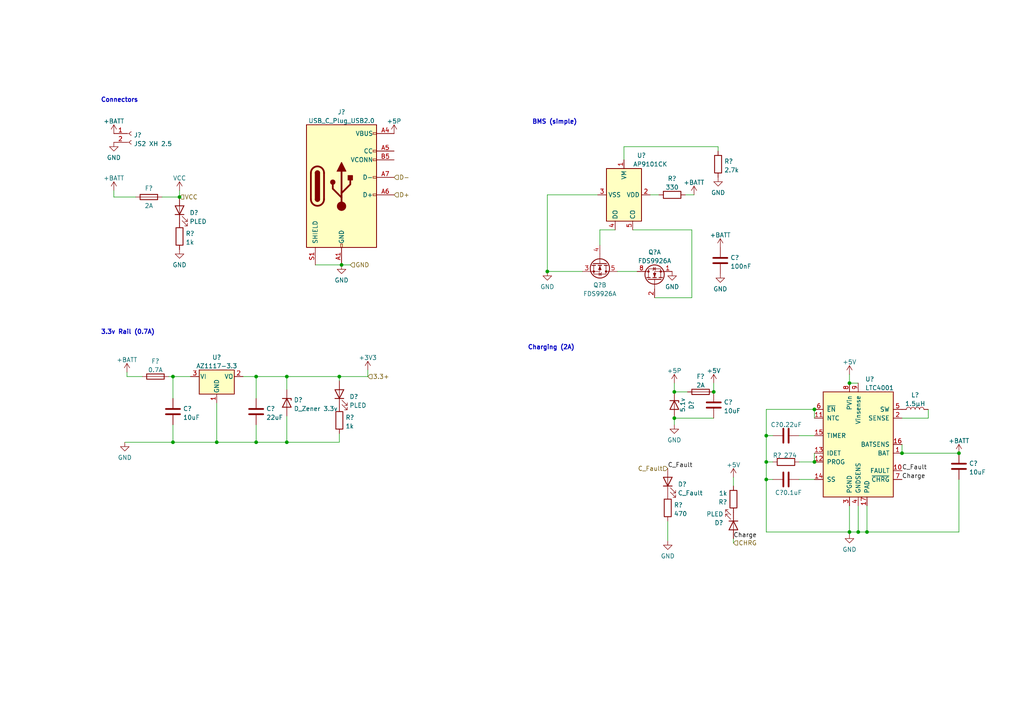
<source format=kicad_sch>
(kicad_sch (version 20230121) (generator eeschema)
  (paper "A4")
  (lib_symbols
    (symbol "Battery_Management:AP9101CK"
      (property "Reference" "U" (at -7.62 6.35 0))
      (property "Value" "AP9101CK" (at 6.35 6.35 0))
      (symbol "AP9101CK_0_1"
        (rectangle (start -7.62 5.08) (end 7.62 -5.08) (stroke (width 0.254)) (fill (type background)))
      )
      (symbol "AP9101CK_1_1"
        (pin passive line (at -10.16 0 0) (length 2.54) (name "VM") (number "1"))
        (pin power_in line (at 0 7.62 270) (length 2.54) (name "VDD") (number "2"))
        (pin power_in line (at 0 -7.62 90) (length 2.54) (name "VSS") (number "3"))
        (pin output line (at 10.16 -2.54 180) (length 2.54) (name "DO") (number "4"))
        (pin output line (at 10.16 2.54 180) (length 2.54) (name "CO") (number "5"))
      )
    )
    (symbol "Battery_Management:LTC4001" (pin_names (offset 1.016))
      (property "Reference" "U" (at -8.89 16.51 0))
      (property "Value" "LTC4001" (at 6.35 16.51 0))
      (symbol "LTC4001_0_1"
        (rectangle (start -10.16 15.24) (end 10.16 -15.24) (stroke (width 0.254)) (fill (type background)))
      )
      (symbol "LTC4001_1_1"
        (pin output line (at 12.7 -2.54 180) (length 2.54) (name "BAT") (number "1"))
        (pin output line (at 12.7 -7.62 180) (length 2.54) (name "FAULT") (number "10"))
        (pin input line (at -12.7 7.62 0) (length 2.54) (name "NTC") (number "11"))
        (pin input line (at -12.7 -5.08 0) (length 2.54) (name "PROG") (number "12"))
        (pin input line (at -12.7 -2.54 0) (length 2.54) (name "IDET") (number "13"))
        (pin input line (at -12.7 -10.16 0) (length 2.54) (name "SS") (number "14"))
        (pin input line (at -12.7 2.54 0) (length 2.54) (name "TIMER") (number "15"))
        (pin input line (at 12.7 0 180) (length 2.54) (name "BATSENS") (number "16"))
        (pin power_in line (at 2.54 -17.78 90) (length 2.54) (name "PAD") (number "17"))
        (pin input line (at 12.7 7.62 180) (length 2.54) (name "SENSE") (number "2"))
        (pin power_in line (at -2.54 -17.78 90) (length 2.54) (name "PGND") (number "3"))
        (pin power_in line (at 0 -17.78 90) (length 2.54) (name "GNDSENS") (number "4"))
        (pin output line (at 12.7 10.16 180) (length 2.54) (name "SW") (number "5"))
        (pin input line (at -12.7 10.16 0) (length 2.54) (name "~{EN}") (number "6"))
        (pin open_collector line (at 12.7 -10.16 180) (length 2.54) (name "~{CHRG}") (number "7"))
        (pin power_in line (at -2.54 17.78 270) (length 2.54) (name "PVin") (number "8"))
        (pin power_in line (at 0 17.78 270) (length 2.54) (name "Vinsense") (number "9"))
      )
    )
    (symbol "Connector:Conn_01x02_Female" (pin_names (offset 1.016) hide)
      (property "Reference" "J" (at 0 2.54 0))
      (property "Value" "Conn_01x02_Female" (at 0 -5.08 0))
      (symbol "Conn_01x02_Female_1_1"
        (arc (start 0 -2.032) (mid -0.5058 -2.54) (end 0 -3.048) (stroke (width 0.1524)))
        (polyline (pts (xy -1.27 -2.54) (xy -0.508 -2.54)) (stroke (width 0.1524)))
        (polyline (pts (xy -1.27 0) (xy -0.508 0)) (stroke (width 0.1524)))
        (arc (start 0 0.508) (mid -0.5058 0) (end 0 -0.508) (stroke (width 0.1524)))
        (pin passive line (at -5.08 0 0) (length 3.81) (name "Pin_1") (number "1"))
        (pin passive line (at -5.08 -2.54 0) (length 3.81) (name "Pin_2") (number "2"))
      )
    )
    (symbol "Connector:USB_C_Plug_USB2.0" (pin_names (offset 1.016))
      (property "Reference" "P" (at -10.16 19.05 0))
      (property "Value" "USB_C_Plug_USB2.0" (at 12.7 19.05 0))
      (symbol "USB_C_Plug_USB2.0_0_0"
        (rectangle (start -0.254 -17.78) (end 0.254 -16.764))
        (rectangle (start 10.16 -2.286) (end 9.144 -2.794))
        (rectangle (start 10.16 2.794) (end 9.144 2.286))
        (rectangle (start 10.16 7.874) (end 9.144 7.366))
        (rectangle (start 10.16 10.414) (end 9.144 9.906))
        (rectangle (start 10.16 15.494) (end 9.144 14.986))
      )
      (symbol "USB_C_Plug_USB2.0_0_1"
        (rectangle (start -10.16 17.78) (end 10.16 -17.78) (stroke (width 0.254)) (fill (type background)))
        (arc (start -8.89 -3.81) (mid -6.985 -5.7067) (end -5.08 -3.81) (stroke (width 0.508)))
        (arc (start -7.62 -3.81) (mid -6.985 -4.4423) (end -6.35 -3.81) (stroke (width 0.254)))
        (arc (start -7.62 -3.81) (mid -6.985 -4.4423) (end -6.35 -3.81) (stroke (width 0.254)) (fill (type outline)))
        (rectangle (start -7.62 -3.81) (end -6.35 3.81) (stroke (width 0.254)) (fill (type outline)))
        (arc (start -6.35 3.81) (mid -6.985 4.4423) (end -7.62 3.81) (stroke (width 0.254)))
        (arc (start -6.35 3.81) (mid -6.985 4.4423) (end -7.62 3.81) (stroke (width 0.254)) (fill (type outline)))
        (arc (start -5.08 3.81) (mid -6.985 5.7067) (end -8.89 3.81) (stroke (width 0.508)))
        (circle (center -2.54 1.143) (radius 0.635) (stroke (width 0.254)) (fill (type outline)))
        (circle (center 0 -5.842) (radius 1.27) (fill (type outline)))
        (polyline (pts (xy -8.89 -3.81) (xy -8.89 3.81)) (stroke (width 0.508)))
        (polyline (pts (xy -5.08 3.81) (xy -5.08 -3.81)) (stroke (width 0.508)))
        (polyline (pts (xy 0 -5.842) (xy 0 4.318)) (stroke (width 0.508)))
        (polyline (pts (xy 0 -3.302) (xy -2.54 -0.762) (xy -2.54 0.508)) (stroke (width 0.508)))
        (polyline (pts (xy 0 -2.032) (xy 2.54 0.508) (xy 2.54 1.778)) (stroke (width 0.508)))
        (polyline (pts (xy -1.27 4.318) (xy 0 6.858) (xy 1.27 4.318) (xy -1.27 4.318)) (stroke (width 0.254)) (fill (type outline)))
        (rectangle (start 1.905 1.778) (end 3.175 3.048) (stroke (width 0.254)) (fill (type outline)))
      )
      (symbol "USB_C_Plug_USB2.0_1_1"
        (pin passive line (at 0 -22.86 90) (length 5.08) (name "GND") (number "A1"))
        (pin passive line (at 0 -22.86 90) (length 5.08) hide (name "GND") (number "A12"))
        (pin passive line (at 15.24 15.24 180) (length 5.08) (name "VBUS") (number "A4"))
        (pin bidirectional line (at 15.24 10.16 180) (length 5.08) (name "CC") (number "A5"))
        (pin bidirectional line (at 15.24 -2.54 180) (length 5.08) (name "D+") (number "A6"))
        (pin bidirectional line (at 15.24 2.54 180) (length 5.08) (name "D-") (number "A7"))
        (pin passive line (at 15.24 15.24 180) (length 5.08) hide (name "VBUS") (number "A9"))
        (pin passive line (at 0 -22.86 90) (length 5.08) hide (name "GND") (number "B1"))
        (pin passive line (at 0 -22.86 90) (length 5.08) hide (name "GND") (number "B12"))
        (pin passive line (at 15.24 15.24 180) (length 5.08) hide (name "VBUS") (number "B4"))
        (pin bidirectional line (at 15.24 7.62 180) (length 5.08) (name "VCONN") (number "B5"))
        (pin passive line (at 15.24 15.24 180) (length 5.08) hide (name "VBUS") (number "B9"))
        (pin passive line (at -7.62 -22.86 90) (length 5.08) (name "SHIELD") (number "S1"))
      )
    )
    (symbol "Device:C" (pin_numbers hide) (pin_names (offset 0.254))
      (property "Reference" "C" (at 0.635 2.54 0))
      (property "Value" "C" (at 0.635 -2.54 0))
      (symbol "C_0_1"
        (polyline (pts (xy -2.032 -0.762) (xy 2.032 -0.762)) (stroke (width 0.508)))
        (polyline (pts (xy -2.032 0.762) (xy 2.032 0.762)) (stroke (width 0.508)))
      )
      (symbol "C_1_1"
        (pin passive line (at 0 3.81 270) (length 2.794) (name "~") (number "1"))
        (pin passive line (at 0 -3.81 90) (length 2.794) (name "~") (number "2"))
      )
    )
    (symbol "Device:D_Zener" (pin_numbers hide) (pin_names (offset 1.016) hide)
      (property "Reference" "D" (at 0 2.54 0))
      (property "Value" "D_Zener" (at 0 -2.54 0))
      (symbol "D_Zener_0_1"
        (polyline (pts (xy 1.27 0) (xy -1.27 0)))
        (polyline (pts (xy -1.27 -1.27) (xy -1.27 1.27) (xy -0.762 1.27)) (stroke (width 0.254)))
        (polyline (pts (xy 1.27 -1.27) (xy 1.27 1.27) (xy -1.27 0) (xy 1.27 -1.27)) (stroke (width 0.254)))
      )
      (symbol "D_Zener_1_1"
        (pin passive line (at -3.81 0 0) (length 2.54) (name "K") (number "1"))
        (pin passive line (at 3.81 0 180) (length 2.54) (name "A") (number "2"))
      )
    )
    (symbol "Device:Fuse" (pin_numbers hide) (pin_names (offset 0))
      (property "Reference" "F" (at 2.032 0 90))
      (property "Value" "Fuse" (at -1.905 0 90))
      (symbol "Fuse_0_1"
        (rectangle (start -0.762 -2.54) (end 0.762 2.54) (stroke (width 0.254)))
        (polyline (pts (xy 0 2.54) (xy 0 -2.54)))
      )
      (symbol "Fuse_1_1"
        (pin passive line (at 0 3.81 270) (length 1.27) (name "~") (number "1"))
        (pin passive line (at 0 -3.81 90) (length 1.27) (name "~") (number "2"))
      )
    )
    (symbol "Device:L" (pin_numbers hide) (pin_names (offset 1.016) hide)
      (property "Reference" "L" (at -1.27 0 90))
      (property "Value" "L" (at 1.905 0 90))
      (symbol "L_0_1"
        (arc (start 0 -2.54) (mid 0.6323 -1.905) (end 0 -1.27))
        (arc (start 0 -1.27) (mid 0.6323 -0.635) (end 0 0))
        (arc (start 0 0) (mid 0.6323 0.635) (end 0 1.27))
        (arc (start 0 1.27) (mid 0.6323 1.905) (end 0 2.54))
      )
      (symbol "L_1_1"
        (pin passive line (at 0 3.81 270) (length 1.27) (name "1") (number "1"))
        (pin passive line (at 0 -3.81 90) (length 1.27) (name "2") (number "2"))
      )
    )
    (symbol "Device:LED" (pin_numbers hide) (pin_names (offset 1.016) hide)
      (property "Reference" "D" (at 0 2.54 0))
      (property "Value" "LED" (at 0 -2.54 0))
      (symbol "LED_0_1"
        (polyline (pts (xy -1.27 -1.27) (xy -1.27 1.27)) (stroke (width 0.254)))
        (polyline (pts (xy -1.27 0) (xy 1.27 0)))
        (polyline (pts (xy 1.27 -1.27) (xy 1.27 1.27) (xy -1.27 0) (xy 1.27 -1.27)) (stroke (width 0.254)))
        (polyline (pts (xy -3.048 -0.762) (xy -4.572 -2.286) (xy -3.81 -2.286) (xy -4.572 -2.286) (xy -4.572 -1.524)))
        (polyline (pts (xy -1.778 -0.762) (xy -3.302 -2.286) (xy -2.54 -2.286) (xy -3.302 -2.286) (xy -3.302 -1.524)))
      )
      (symbol "LED_1_1"
        (pin passive line (at -3.81 0 0) (length 2.54) (name "K") (number "1"))
        (pin passive line (at 3.81 0 180) (length 2.54) (name "A") (number "2"))
      )
    )
    (symbol "Device:R" (pin_numbers hide) (pin_names (offset 0))
      (property "Reference" "R" (at 2.032 0 90))
      (property "Value" "R" (at 0 0 90))
      (symbol "R_0_1"
        (rectangle (start -1.016 -2.54) (end 1.016 2.54) (stroke (width 0.254)))
      )
      (symbol "R_1_1"
        (pin passive line (at 0 3.81 270) (length 1.27) (name "~") (number "1"))
        (pin passive line (at 0 -3.81 90) (length 1.27) (name "~") (number "2"))
      )
    )
    (symbol "Regulator_Linear:AZ1117-3.3" (pin_names (offset 0.254))
      (property "Reference" "U" (at -3.81 3.175 0))
      (property "Value" "AZ1117-3.3" (at 0 3.175 0))
      (symbol "AZ1117-3.3_0_1"
        (rectangle (start -5.08 1.905) (end 5.08 -5.08) (stroke (width 0.254)) (fill (type background)))
      )
      (symbol "AZ1117-3.3_1_1"
        (pin power_in line (at 0 -7.62 90) (length 2.54) (name "GND") (number "1"))
        (pin power_out line (at 7.62 0 180) (length 2.54) (name "VO") (number "2"))
        (pin power_in line (at -7.62 0 0) (length 2.54) (name "VI") (number "3"))
      )
    )
    (symbol "Transistor_FET:FDS9926A" (pin_names hide)
      (property "Reference" "Q" (at 5.08 1.905 0))
      (property "Value" "FDS9926A" (at 5.08 0 0))
      (symbol "FDS9926A_0_1"
        (polyline (pts (xy 0.254 0) (xy -2.54 0)))
        (polyline (pts (xy 0.254 1.905) (xy 0.254 -1.905)) (stroke (width 0.254)))
        (polyline (pts (xy 0.762 -1.27) (xy 0.762 -2.286)) (stroke (width 0.254)))
        (polyline (pts (xy 0.762 0.508) (xy 0.762 -0.508)) (stroke (width 0.254)))
        (polyline (pts (xy 0.762 2.286) (xy 0.762 1.27)) (stroke (width 0.254)))
        (polyline (pts (xy 2.54 2.54) (xy 2.54 1.778)))
        (polyline (pts (xy 2.54 -2.54) (xy 2.54 0) (xy 0.762 0)))
        (polyline (pts (xy 0.762 -1.778) (xy 3.302 -1.778) (xy 3.302 1.778) (xy 0.762 1.778)))
        (polyline (pts (xy 1.016 0) (xy 2.032 0.381) (xy 2.032 -0.381) (xy 1.016 0)) (fill (type outline)))
        (polyline (pts (xy 2.794 0.508) (xy 2.921 0.381) (xy 3.683 0.381) (xy 3.81 0.254)))
        (polyline (pts (xy 3.302 0.381) (xy 2.921 -0.254) (xy 3.683 -0.254) (xy 3.302 0.381)))
        (circle (center 1.651 0) (radius 2.794) (stroke (width 0.254)))
        (circle (center 2.54 -1.778) (radius 0.254) (fill (type outline)))
        (circle (center 2.54 1.778) (radius 0.254) (fill (type outline)))
      )
      (symbol "FDS9926A_1_1"
        (pin passive line (at 2.54 -5.08 90) (length 2.54) (name "S1") (number "1"))
        (pin passive line (at -5.08 0 0) (length 2.54) (name "G1") (number "2"))
        (pin passive line (at 2.54 5.08 270) (length 2.54) hide (name "D1") (number "7"))
        (pin passive line (at 2.54 5.08 270) (length 2.54) (name "D1") (number "8"))
      )
      (symbol "FDS9926A_2_1"
        (pin passive line (at 2.54 -5.08 90) (length 2.54) (name "S2") (number "3"))
        (pin passive line (at -5.08 0 0) (length 2.54) (name "G2") (number "4"))
        (pin passive line (at 2.54 5.08 270) (length 2.54) (name "D2") (number "5"))
        (pin passive line (at 2.54 5.08 270) (length 2.54) hide (name "D2") (number "6"))
      )
    )
    (symbol "power:+3.3V" (power) (pin_names (offset 0))
      (property "Value" "+3.3V" (at 0 3.556 0))
      (symbol "+3.3V_0_1"
        (polyline (pts (xy -0.762 1.27) (xy 0 2.54)))
        (polyline (pts (xy 0 0) (xy 0 2.54)))
        (polyline (pts (xy 0 2.54) (xy 0.762 1.27)))
      )
      (symbol "+3.3V_1_1"
        (pin power_in line (at 0 0 90) (length 0) hide (name "+3V3") (number "1"))
      )
    )
    (symbol "power:+5P" (power) (pin_names (offset 0))
      (property "Value" "+5P" (at 0 3.556 0))
      (symbol "+5P_0_1"
        (polyline (pts (xy -0.762 1.27) (xy 0 2.54)))
        (polyline (pts (xy 0 0) (xy 0 2.54)))
        (polyline (pts (xy 0 2.54) (xy 0.762 1.27)))
      )
      (symbol "+5P_1_1"
        (pin power_in line (at 0 0 90) (length 0) hide (name "+5P") (number "1"))
      )
    )
    (symbol "power:+5V" (power) (pin_names (offset 0))
      (property "Value" "+5V" (at 0 3.556 0))
      (symbol "+5V_0_1"
        (polyline (pts (xy -0.762 1.27) (xy 0 2.54)))
        (polyline (pts (xy 0 0) (xy 0 2.54)))
        (polyline (pts (xy 0 2.54) (xy 0.762 1.27)))
      )
      (symbol "+5V_1_1"
        (pin power_in line (at 0 0 90) (length 0) hide (name "+5V") (number "1"))
      )
    )
    (symbol "power:+BATT" (power) (pin_names (offset 0))
      (property "Value" "+BATT" (at 0 3.556 0))
      (symbol "+BATT_0_1"
        (polyline (pts (xy -0.762 1.27) (xy 0 2.54)))
        (polyline (pts (xy 0 0) (xy 0 2.54)))
        (polyline (pts (xy 0 2.54) (xy 0.762 1.27)))
      )
      (symbol "+BATT_1_1"
        (pin power_in line (at 0 0 90) (length 0) hide (name "+BATT") (number "1"))
      )
    )
    (symbol "power:GND" (power) (pin_names (offset 0))
      (property "Value" "GND" (at 0 -3.81 0))
      (symbol "GND_0_1"
        (polyline (pts (xy 0 0) (xy 0 -1.27) (xy 1.27 -1.27) (xy 0 -2.54) (xy -1.27 -1.27) (xy 0 -1.27)))
      )
      (symbol "GND_1_1"
        (pin power_in line (at 0 0 270) (length 0) hide (name "GND") (number "1"))
      )
    )
    (symbol "power:VCC" (power) (pin_names (offset 0))
      (property "Value" "VCC" (at 0 3.81 0))
      (symbol "VCC_0_1"
        (polyline (pts (xy -0.762 1.27) (xy 0 2.54)))
        (polyline (pts (xy 0 0) (xy 0 2.54)))
        (polyline (pts (xy 0 2.54) (xy 0.762 1.27)))
      )
      (symbol "VCC_1_1"
        (pin power_in line (at 0 0 90) (length 0) hide (name "VCC") (number "1"))
      )
    )
  )
  (junction (at 50.165 128.27))
  (junction (at 278.13 131.445))
  (junction (at 158.75 78.74))
  (junction (at 50.165 109.22))
  (junction (at 83.185 128.27))
  (junction (at 222.25 139.065))
  (junction (at 74.295 128.27))
  (junction (at 251.46 154.305))
  (junction (at 246.38 111.125))
  (junction (at 222.25 133.985))
  (junction (at 236.22 133.985))
  (junction (at 62.865 128.27))
  (junction (at 248.92 154.305))
  (junction (at 261.62 131.445))
  (junction (at 222.25 126.365))
  (junction (at 83.185 109.22))
  (junction (at 207.01 113.665))
  (junction (at 98.425 109.22))
  (junction (at 195.58 113.665))
  (junction (at 52.07 57.15))
  (junction (at 236.22 118.745))
  (junction (at 195.58 121.285))
  (junction (at 246.38 154.305))
  (junction (at 99.06 76.835))
  (junction (at 74.295 109.22))
  (wire (pts (xy 222.25 118.745) (xy 236.22 118.745)))
  (wire (pts (xy 193.675 156.845) (xy 193.675 151.13)))
  (wire (pts (xy 195.58 123.19) (xy 195.58 121.285)))
  (wire (pts (xy 278.13 139.065) (xy 278.13 154.305)))
  (wire (pts (xy 231.775 139.065) (xy 236.22 139.065)))
  (wire (pts (xy 246.38 154.305) (xy 246.38 146.685)))
  (wire (pts (xy 36.195 128.27) (xy 50.165 128.27)))
  (wire (pts (xy 248.92 146.685) (xy 248.92 154.305)))
  (wire (pts (xy 246.38 154.305) (xy 222.25 154.305)))
  (wire (pts (xy 231.775 126.365) (xy 236.22 126.365)))
  (wire (pts (xy 195.58 121.285) (xy 207.01 121.285)))
  (wire (pts (xy 188.595 56.515) (xy 191.135 56.515)))
  (wire (pts (xy 98.425 109.22) (xy 98.425 110.49)))
  (wire (pts (xy 246.38 154.94) (xy 246.38 154.305)))
  (wire (pts (xy 74.295 123.19) (xy 74.295 128.27)))
  (wire (pts (xy 52.07 55.245) (xy 52.07 57.15)))
  (wire (pts (xy 158.75 78.74) (xy 168.91 78.74)))
  (wire (pts (xy 246.38 111.125) (xy 248.92 111.125)))
  (wire (pts (xy 236.22 131.445) (xy 236.22 133.985)))
  (wire (pts (xy 246.38 108.585) (xy 246.38 111.125)))
  (wire (pts (xy 251.46 154.305) (xy 278.13 154.305)))
  (wire (pts (xy 189.865 86.36) (xy 200.66 86.36)))
  (wire (pts (xy 62.865 128.27) (xy 74.295 128.27)))
  (wire (pts (xy 83.185 109.22) (xy 98.425 109.22)))
  (wire (pts (xy 246.38 154.305) (xy 248.92 154.305)))
  (wire (pts (xy 224.155 133.985) (xy 222.25 133.985)))
  (wire (pts (xy 195.58 111.125) (xy 195.58 113.665)))
  (wire (pts (xy 158.75 56.515) (xy 173.355 56.515)))
  (wire (pts (xy 50.165 128.27) (xy 62.865 128.27)))
  (wire (pts (xy 222.25 118.745) (xy 222.25 126.365)))
  (wire (pts (xy 224.155 139.065) (xy 222.25 139.065)))
  (wire (pts (xy 200.66 86.36) (xy 200.66 66.675)))
  (wire (pts (xy 207.01 111.125) (xy 207.01 113.665)))
  (wire (pts (xy 248.92 154.305) (xy 251.46 154.305)))
  (wire (pts (xy 173.99 66.675) (xy 173.99 71.12)))
  (wire (pts (xy 224.155 126.365) (xy 222.25 126.365)))
  (wire (pts (xy 83.185 120.65) (xy 83.185 128.27)))
  (wire (pts (xy 99.06 76.835) (xy 101.6 76.835)))
  (wire (pts (xy 33.02 55.245) (xy 33.02 57.15)))
  (wire (pts (xy 106.68 109.22) (xy 98.425 109.22)))
  (wire (pts (xy 50.165 109.22) (xy 55.245 109.22)))
  (wire (pts (xy 179.07 78.74) (xy 184.785 78.74)))
  (wire (pts (xy 74.295 109.22) (xy 83.185 109.22)))
  (wire (pts (xy 33.02 57.15) (xy 39.37 57.15)))
  (wire (pts (xy 173.99 66.675) (xy 178.435 66.675)))
  (wire (pts (xy 180.975 42.545) (xy 208.28 42.545)))
  (wire (pts (xy 212.725 140.97) (xy 212.725 138.43)))
  (wire (pts (xy 180.975 46.355) (xy 180.975 42.545)))
  (wire (pts (xy 200.66 66.675) (xy 183.515 66.675)))
  (wire (pts (xy 222.25 133.985) (xy 222.25 139.065)))
  (wire (pts (xy 74.295 128.27) (xy 83.185 128.27)))
  (wire (pts (xy 269.24 121.285) (xy 269.24 118.745)))
  (wire (pts (xy 62.865 116.84) (xy 62.865 128.27)))
  (wire (pts (xy 50.165 123.19) (xy 50.165 128.27)))
  (wire (pts (xy 74.295 109.22) (xy 74.295 115.57)))
  (wire (pts (xy 48.895 109.22) (xy 50.165 109.22)))
  (wire (pts (xy 36.83 107.95) (xy 36.83 109.22)))
  (wire (pts (xy 195.58 113.665) (xy 199.39 113.665)))
  (wire (pts (xy 158.75 78.74) (xy 158.75 56.515)))
  (wire (pts (xy 36.83 109.22) (xy 41.275 109.22)))
  (wire (pts (xy 208.28 42.545) (xy 208.28 43.815)))
  (wire (pts (xy 83.185 109.22) (xy 83.185 113.03)))
  (wire (pts (xy 98.425 125.73) (xy 98.425 128.27)))
  (wire (pts (xy 70.485 109.22) (xy 74.295 109.22)))
  (wire (pts (xy 231.775 133.985) (xy 236.22 133.985)))
  (wire (pts (xy 222.25 154.305) (xy 222.25 139.065)))
  (wire (pts (xy 261.62 128.905) (xy 261.62 131.445)))
  (wire (pts (xy 91.44 76.835) (xy 99.06 76.835)))
  (wire (pts (xy 106.68 107.315) (xy 106.68 109.22)))
  (wire (pts (xy 212.725 157.48) (xy 212.725 156.21)))
  (wire (pts (xy 201.295 56.515) (xy 198.755 56.515)))
  (wire (pts (xy 46.99 57.15) (xy 52.07 57.15)))
  (wire (pts (xy 261.62 131.445) (xy 278.13 131.445)))
  (wire (pts (xy 236.22 118.745) (xy 236.22 121.285)))
  (wire (pts (xy 50.165 109.22) (xy 50.165 115.57)))
  (wire (pts (xy 251.46 146.685) (xy 251.46 154.305)))
  (wire (pts (xy 222.25 126.365) (xy 222.25 133.985)))
  (wire (pts (xy 261.62 121.285) (xy 269.24 121.285)))
  (wire (pts (xy 98.425 128.27) (xy 83.185 128.27)))
  (text "Connectors" (at 29.21 29.845 0) (effects (font (size 1.27 1.27) (thickness 0.254) bold) (justify left bottom)))
  (text "3.3v Rail (0.7A)" (at 29.21 97.155 0) (effects (font (size 1.27 1.27) (thickness 0.254) bold) (justify left bottom)))
  (text "Charging (2A)" (at 153.035 101.6 0) (effects (font (size 1.27 1.27) (thickness 0.254) bold) (justify left bottom)))
  (text "BMS (simple)" (at 154.305 36.195 0) (effects (font (size 1.27 1.27) (thickness 0.254) bold) (justify left bottom)))
  (label "Charge" (at 261.62 139.065 0))
  (label "Charge" (at 212.725 156.21 0))
  (label "C_Fault" (at 261.62 136.525 0))
  (label "C_Fault" (at 193.675 135.89 0))
  (hierarchical_label "GND" (shape input) (at 101.6 76.835 0))
  (hierarchical_label "D-" (shape input) (at 114.3 51.435 0))
  (hierarchical_label "VCC" (shape input) (at 52.07 57.15 0))
  (hierarchical_label "3.3+" (shape input) (at 106.68 109.22 0))
  (hierarchical_label "D+" (shape input) (at 114.3 56.515 0))
  (hierarchical_label "C_Fault" (shape input) (at 193.675 135.89 180))
  (hierarchical_label "CHRG" (shape input) (at 212.725 157.48 0))
  (symbol (lib_id "Transistor_FET:FDS9926A") (at 173.99 76.2 270) (unit 2)
    (property "Reference" "Q?" (at 173.99 82.6754 90))
    (property "Value" "FDS9926A" (at 173.99 85.2123 90))
    (property "Footprint" "Package_SO:SOIC-8_3.9x4.9mm_P1.27mm" (effects hide))
    (property "Datasheet" "https://www.onsemi.com/pub/Collateral/FDS9926A-D.pdf" (effects hide))
    (instances (project "EBS_Main" (path "" (reference "Q?") (unit 2))) (project "DisplayU_Sisterboard" (path "" (reference "Q2") (unit 2))))
  )
  (symbol (lib_id "Connector:Conn_01x02_Female") (at 38.1 38.735 0) (unit 1)
    (property "Reference" "J?" (at 38.8112 39.1703 0) (effects (justify left)))
    (property "Value" "JS2 XH 2.5" (at 38.8112 41.7072 0) (effects (justify left)))
    (instances (project "EBS_Main" (path "" (reference "J?") (unit 1))) (project "DisplayU_Sisterboard" (path "" (reference "J4") (unit 1))))
  )
  (symbol (lib_id "power:GND") (at 52.07 72.39 0) (unit 1)
    (property "Reference" "#PWR?" (effects hide))
    (property "Value" "GND" (at 52.07 76.8334 0))
    (instances (project "EBS_Main" (path "" (reference "#PWR?") (unit 1))) (project "DisplayU_Sisterboard" (path "" (reference "#PWR035") (unit 1))))
  )
  (symbol (lib_id "Device:C") (at 227.965 139.065 90) (unit 1)
    (property "Reference" "C?" (at 226.06 142.875 90))
    (property "Value" "0.1uF" (at 229.87 142.875 90))
    (property "Footprint" "Capacitor_SMD:C_0603_1608Metric_Pad1.08x0.95mm_HandSolder" (effects hide))
    (instances (project "EBS_Main" (path "" (reference "C?") (unit 1))) (project "DisplayU_Sisterboard" (path "" (reference "C13") (unit 1))))
  )
  (symbol (lib_id "Device:R") (at 208.28 47.625 0) (unit 1)
    (property "Reference" "R?" (at 210.058 46.7903 0) (effects (justify left)))
    (property "Value" "2.7k" (at 210.058 49.3272 0) (effects (justify left)))
    (instances (project "EBS_Main" (path "" (reference "R?") (unit 1))) (project "DisplayU_Sisterboard" (path "" (reference "R12") (unit 1))))
  )
  (symbol (lib_id "power:+5P") (at 195.58 111.125 0) (unit 1)
    (property "Reference" "#PWR?" (effects hide))
    (property "Value" "+5P" (at 195.58 107.5492 0))
    (instances (project "EBS_Main" (path "" (reference "#PWR?") (unit 1))) (project "DisplayU_Sisterboard" (path "" (reference "#PWR046") (unit 1))))
  )
  (symbol (lib_id "Battery_Management:LTC4001") (at 248.92 128.905 0) (unit 1)
    (property "Reference" "U?" (at 250.9394 109.9652 0) (effects (justify left)))
    (property "Value" "LTC4001" (at 250.9394 112.5021 0) (effects (justify left)))
    (property "Footprint" "Package_DFN_QFN:QFN-16-1EP_4x4mm_P0.65mm_EP2.15x2.15mm" (effects hide))
    (property "Datasheet" "https://www.analog.com/media/en/technical-documentation/data-sheets/4001f.pdf" (effects hide))
    (property "Description" "IC BATT CHG LI-ION 1CELL 16QFN" (effects hide))
    (property "Link" "https://www.digikey.be/nl/products/detail/analog-devices-inc/LTC4001EUF-TRPBF/1620763" (effects hide))
    (property "MPN" "LTC4001EUF#TRPBF" (effects hide))
    (instances (project "EBS_Main" (path "" (reference "U?") (unit 1))) (project "DisplayU_Sisterboard" (path "" (reference "U4") (unit 1))))
  )
  (symbol (lib_id "power:+5V") (at 207.01 111.125 0) (unit 1)
    (property "Reference" "#PWR?" (effects hide))
    (property "Value" "+5V" (at 207.01 107.5492 0))
    (instances (project "EBS_Main" (path "" (reference "#PWR?") (unit 1))) (project "DisplayU_Sisterboard" (path "" (reference "#PWR049") (unit 1))))
  )
  (symbol (lib_id "Device:LED") (at 52.07 60.96 90) (unit 1)
    (property "Reference" "D?" (at 54.991 61.7128 90) (effects (justify right)))
    (property "Value" "PLED" (at 54.991 64.2497 90) (effects (justify right)))
    (instances (project "EBS_Main" (path "" (reference "D?") (unit 1))) (project "DisplayU_Sisterboard" (path "" (reference "D9") (unit 1))))
  )
  (symbol (lib_id "power:GND") (at 246.38 154.94 0) (unit 1)
    (property "Reference" "#PWR?" (effects hide))
    (property "Value" "GND" (at 246.38 159.3834 0))
    (instances (project "EBS_Main" (path "" (reference "#PWR?") (unit 1))) (project "DisplayU_Sisterboard" (path "" (reference "#PWR055") (unit 1))))
  )
  (symbol (lib_id "Device:C") (at 208.915 75.565 0) (unit 1)
    (property "Reference" "C?" (at 211.836 74.7303 0) (effects (justify left)))
    (property "Value" "100nF" (at 211.836 77.2672 0) (effects (justify left)))
    (property "Footprint" "Capacitor_SMD:C_0603_1608Metric_Pad1.08x0.95mm_HandSolder" (effects hide))
    (instances (project "EBS_Main" (path "" (reference "C?") (unit 1))) (project "DisplayU_Sisterboard" (path "" (reference "C11") (unit 1))))
  )
  (symbol (lib_id "power:+5V") (at 212.725 138.43 0) (unit 1)
    (property "Reference" "#PWR?" (effects hide))
    (property "Value" "+5V" (at 212.725 134.8542 0))
    (instances (project "EBS_Main" (path "" (reference "#PWR?") (unit 1))) (project "DisplayU_Sisterboard" (path "" (reference "#PWR053") (unit 1))))
  )
  (symbol (lib_id "Device:D_Zener") (at 83.185 116.84 270) (unit 1)
    (property "Reference" "D?" (at 85.217 116.0053 90) (effects (justify left)))
    (property "Value" "D_Zener 3.3v" (at 85.217 118.5422 90) (effects (justify left)))
    (instances (project "EBS_Main" (path "" (reference "D?") (unit 1))) (project "DisplayU_Sisterboard" (path "" (reference "D7") (unit 1))))
  )
  (symbol (lib_id "Device:C") (at 227.965 126.365 90) (unit 1)
    (property "Reference" "C?" (at 224.79 123.19 90))
    (property "Value" "0.22uF" (at 229.235 123.19 90))
    (property "Footprint" "Capacitor_SMD:C_0603_1608Metric_Pad1.08x0.95mm_HandSolder" (effects hide))
    (instances (project "EBS_Main" (path "" (reference "C?") (unit 1))) (project "DisplayU_Sisterboard" (path "" (reference "C12") (unit 1))))
  )
  (symbol (lib_id "Connector:USB_C_Plug_USB2.0") (at 99.06 53.975 0) (unit 1)
    (property "Reference" "J?" (at 99.06 32.4952 0))
    (property "Value" "USB_C_Plug_USB2.0" (at 99.06 35.0321 0))
    (property "Datasheet" "https://www.usb.org/sites/default/files/documents/usb_type-c.zip" (effects hide))
    (instances (project "EBS_Main" (path "" (reference "J?") (unit 1))) (project "DisplayU_Sisterboard" (path "" (reference "J6") (unit 1))))
  )
  (symbol (lib_id "Battery_Management:AP9101CK") (at 180.975 56.515 270) (unit 1)
    (property "Reference" "U?" (at 186.055 45.085 90))
    (property "Value" "AP9101CK" (at 188.595 47.625 90))
    (property "Footprint" "Package_TO_SOT_SMD:SOT-23-5" (effects hide))
    (property "Datasheet" "https://eu.mouser.com/datasheet/2/115/DIOD_S_A0007229744_1-2542938.pdf" (effects hide))
    (property "Description" "IC BATT PROT LI-ION 1CELL SOT26" (effects hide))
    (property "Link" "https://www.digikey.be/nl/products/detail/diodes-incorporated/AP9101CK6-ANTRG1/6187053" (effects hide))
    (property "MPN" "AP9101CK6-ANTRG1" (effects hide))
    (instances (project "EBS_Main" (path "" (reference "U?") (unit 1))) (project "DisplayU_Sisterboard" (path "" (reference "U3") (unit 1))))
  )
  (symbol (lib_id "Device:R") (at 227.965 133.985 270) (unit 1)
    (property "Reference" "R?" (at 225.425 132.08 90))
    (property "Value" "274" (at 229.235 132.08 90))
    (instances (project "EBS_Main" (path "" (reference "R?") (unit 1))) (project "DisplayU_Sisterboard" (path "" (reference "R14") (unit 1))))
  )
  (symbol (lib_id "power:GND") (at 99.06 76.835 0) (unit 1)
    (property "Reference" "#PWR?" (effects hide))
    (property "Value" "GND" (at 99.06 81.2784 0))
    (instances (project "EBS_Main" (path "" (reference "#PWR?") (unit 1))) (project "DisplayU_Sisterboard" (path "" (reference "#PWR037") (unit 1))))
  )
  (symbol (lib_id "power:+BATT") (at 33.02 38.735 0) (unit 1)
    (property "Reference" "#PWR?" (effects hide))
    (property "Value" "+BATT" (at 33.02 35.1592 0))
    (instances (project "EBS_Main" (path "" (reference "#PWR?") (unit 1))) (project "DisplayU_Sisterboard" (path "" (reference "#PWR033") (unit 1))))
  )
  (symbol (lib_id "power:+5V") (at 246.38 108.585 0) (unit 1)
    (property "Reference" "#PWR?" (effects hide))
    (property "Value" "+5V" (at 246.38 105.0092 0))
    (instances (project "EBS_Main" (path "" (reference "#PWR?") (unit 1))) (project "DisplayU_Sisterboard" (path "" (reference "#PWR054") (unit 1))))
  )
  (symbol (lib_id "power:VCC") (at 52.07 55.245 0) (unit 1)
    (property "Reference" "#PWR?" (effects hide))
    (property "Value" "VCC" (at 52.07 51.6692 0))
    (instances (project "EBS_Main" (path "" (reference "#PWR?") (unit 1))) (project "DisplayU_Sisterboard" (path "" (reference "#PWR030") (unit 1))))
  )
  (symbol (lib_id "power:GND") (at 33.02 41.275 0) (unit 1)
    (property "Reference" "#PWR?" (effects hide))
    (property "Value" "GND" (at 33.02 45.7184 0))
    (instances (project "EBS_Main" (path "" (reference "#PWR?") (unit 1))) (project "DisplayU_Sisterboard" (path "" (reference "#PWR034") (unit 1))))
  )
  (symbol (lib_id "Device:LED") (at 193.675 139.7 90) (unit 1)
    (property "Reference" "D?" (at 196.596 140.4528 90) (effects (justify right)))
    (property "Value" "C_Fault" (at 196.596 142.9897 90) (effects (justify right)))
    (instances (project "EBS_Main" (path "" (reference "D?") (unit 1))) (project "DisplayU_Sisterboard" (path "" (reference "D10") (unit 1))))
  )
  (symbol (lib_id "power:GND") (at 194.945 78.74 0) (unit 1)
    (property "Reference" "#PWR?" (effects hide))
    (property "Value" "GND" (at 194.945 83.1834 0))
    (instances (project "EBS_Main" (path "" (reference "#PWR?") (unit 1))) (project "DisplayU_Sisterboard" (path "" (reference "#PWR045") (unit 1))))
  )
  (symbol (lib_id "power:GND") (at 158.75 78.74 0) (unit 1)
    (property "Reference" "#PWR?" (effects hide))
    (property "Value" "GND" (at 158.75 83.1834 0))
    (instances (project "EBS_Main" (path "" (reference "#PWR?") (unit 1))) (project "DisplayU_Sisterboard" (path "" (reference "#PWR041") (unit 1))))
  )
  (symbol (lib_id "Device:L") (at 265.43 118.745 90) (unit 1)
    (property "Reference" "L?" (at 265.43 114.5754 90))
    (property "Value" "1.5µH" (at 265.43 117.0806 90))
    (instances (project "EBS_Main" (path "" (reference "L?") (unit 1))) (project "DisplayU_Sisterboard" (path "" (reference "L5") (unit 1))))
  )
  (symbol (lib_id "Device:R") (at 52.07 68.58 0) (unit 1)
    (property "Reference" "R?" (at 53.848 67.7453 0) (effects (justify left)))
    (property "Value" "1k" (at 53.848 70.2822 0) (effects (justify left)))
    (instances (project "EBS_Main" (path "" (reference "R?") (unit 1))) (project "DisplayU_Sisterboard" (path "" (reference "R9") (unit 1))))
  )
  (symbol (lib_id "Transistor_FET:FDS9926A") (at 189.865 81.28 90) (unit 1)
    (property "Reference" "Q?" (at 189.865 73.1352 90))
    (property "Value" "FDS9926A" (at 189.865 75.6721 90))
    (property "Footprint" "Package_SO:SOIC-8_3.9x4.9mm_P1.27mm" (effects hide))
    (property "Datasheet" "https://www.onsemi.com/pub/Collateral/FDS9926A-D.pdf" (effects hide))
    (instances (project "EBS_Main" (path "" (reference "Q?") (unit 1))) (project "DisplayU_Sisterboard" (path "" (reference "Q2") (unit 1))))
  )
  (symbol (lib_id "power:GND") (at 208.28 51.435 0) (unit 1)
    (property "Reference" "#PWR?" (effects hide))
    (property "Value" "GND" (at 208.28 55.8784 0))
    (instances (project "EBS_Main" (path "" (reference "#PWR?") (unit 1))) (project "DisplayU_Sisterboard" (path "" (reference "#PWR050") (unit 1))))
  )
  (symbol (lib_id "Regulator_Linear:AZ1117-3.3") (at 62.865 109.22 0) (unit 1)
    (property "Reference" "U?" (at 62.865 103.6508 0))
    (property "Value" "AZ1117-3.3" (at 62.865 106.156 0))
    (property "Datasheet" "https://www.diodes.com/assets/Datasheets/AZ1117.pdf" (effects hide))
    (property "Description" "IC REG LINEAR 5V 1A SOT223" (effects hide))
    (property "Link" "digikey.be/nl/products/detail/diodes-incorporated/AZ1117IH-5-0TRG1/5699673" (effects hide))
    (property "MPN" "AZ1117IH-5.0TRG1" (effects hide))
    (instances (project "EBS_Main" (path "" (reference "U?") (unit 1))) (project "DisplayU_Sisterboard" (path "" (reference "U2") (unit 1))))
  )
  (symbol (lib_id "power:GND") (at 195.58 123.19 0) (unit 1)
    (property "Reference" "#PWR?" (effects hide))
    (property "Value" "GND" (at 195.58 127.6334 0))
    (instances (project "EBS_Main" (path "" (reference "#PWR?") (unit 1))) (project "DisplayU_Sisterboard" (path "" (reference "#PWR047") (unit 1))))
  )
  (symbol (lib_id "Device:R") (at 194.945 56.515 90) (unit 1)
    (property "Reference" "R?" (at 194.945 51.7992 90))
    (property "Value" "330" (at 194.945 54.3361 90))
    (instances (project "EBS_Main" (path "" (reference "R?") (unit 1))) (project "DisplayU_Sisterboard" (path "" (reference "R11") (unit 1))))
  )
  (symbol (lib_id "Device:C") (at 74.295 119.38 0) (unit 1)
    (property "Reference" "C?" (at 77.216 118.5453 0) (effects (justify left)))
    (property "Value" "22uF" (at 77.216 121.0822 0) (effects (justify left)))
    (instances (project "EBS_Main" (path "" (reference "C?") (unit 1))) (project "DisplayU_Sisterboard" (path "" (reference "C9") (unit 1))))
  )
  (symbol (lib_id "power:+BATT") (at 208.915 71.755 0) (unit 1)
    (property "Reference" "#PWR?" (effects hide))
    (property "Value" "+BATT" (at 208.915 68.1792 0))
    (instances (project "EBS_Main" (path "" (reference "#PWR?") (unit 1))) (project "DisplayU_Sisterboard" (path "" (reference "#PWR051") (unit 1))))
  )
  (symbol (lib_id "power:+BATT") (at 33.02 55.245 0) (unit 1)
    (property "Reference" "#PWR?" (effects hide))
    (property "Value" "+BATT" (at 33.02 51.6692 0))
    (instances (project "EBS_Main" (path "" (reference "#PWR?") (unit 1))) (project "DisplayU_Sisterboard" (path "" (reference "#PWR029") (unit 1))))
  )
  (symbol (lib_id "Device:Fuse") (at 203.2 113.665 90) (unit 1)
    (property "Reference" "F?" (at 203.2 109.2032 90))
    (property "Value" "2A" (at 203.2 111.7401 90))
    (instances (project "EBS_Main" (path "" (reference "F?") (unit 1))) (project "DisplayU_Sisterboard" (path "" (reference "F6") (unit 1))))
  )
  (symbol (lib_id "power:+BATT") (at 36.83 107.95 0) (unit 1)
    (property "Reference" "#PWR?" (effects hide))
    (property "Value" "+BATT" (at 36.83 104.3742 0))
    (instances (project "EBS_Main" (path "" (reference "#PWR?") (unit 1))) (project "DisplayU_Sisterboard" (path "" (reference "#PWR032") (unit 1))))
  )
  (symbol (lib_id "Device:R") (at 212.725 144.78 180) (unit 1)
    (property "Reference" "R?" (at 210.947 145.6147 0) (effects (justify left)))
    (property "Value" "1k" (at 210.947 143.0778 0) (effects (justify left)))
    (instances (project "EBS_Main" (path "" (reference "R?") (unit 1))) (project "DisplayU_Sisterboard" (path "" (reference "R13") (unit 1))))
  )
  (symbol (lib_id "power:GND") (at 208.915 79.375 0) (unit 1)
    (property "Reference" "#PWR?" (effects hide))
    (property "Value" "GND" (at 208.915 83.8184 0))
    (instances (project "EBS_Main" (path "" (reference "#PWR?") (unit 1))) (project "DisplayU_Sisterboard" (path "" (reference "#PWR052") (unit 1))))
  )
  (symbol (lib_id "power:+BATT") (at 278.13 131.445 0) (unit 1)
    (property "Reference" "#PWR?" (effects hide))
    (property "Value" "+BATT" (at 278.13 127.8692 0))
    (instances (project "EBS_Main" (path "" (reference "#PWR?") (unit 1))) (project "DisplayU_Sisterboard" (path "" (reference "#PWR056") (unit 1))))
  )
  (symbol (lib_id "power:+BATT") (at 201.295 56.515 0) (unit 1)
    (property "Reference" "#PWR?" (effects hide))
    (property "Value" "+BATT" (at 201.295 52.9392 0))
    (instances (project "EBS_Main" (path "" (reference "#PWR?") (unit 1))) (project "DisplayU_Sisterboard" (path "" (reference "#PWR048") (unit 1))))
  )
  (symbol (lib_id "Device:C") (at 50.165 119.38 0) (unit 1)
    (property "Reference" "C?" (at 53.086 118.5453 0) (effects (justify left)))
    (property "Value" "10uF" (at 53.086 121.0822 0) (effects (justify left)))
    (property "Footprint" "Capacitor_SMD:C_0603_1608Metric_Pad1.08x0.95mm_HandSolder" (effects hide))
    (instances (project "EBS_Main" (path "" (reference "C?") (unit 1))) (project "DisplayU_Sisterboard" (path "" (reference "C8") (unit 1))))
  )
  (symbol (lib_id "Device:LED") (at 98.425 114.3 90) (unit 1)
    (property "Reference" "D?" (at 101.346 115.0528 90) (effects (justify right)))
    (property "Value" "PLED" (at 101.346 117.5897 90) (effects (justify right)))
    (instances (project "EBS_Main" (path "" (reference "D?") (unit 1))) (project "DisplayU_Sisterboard" (path "" (reference "D8") (unit 1))))
  )
  (symbol (lib_id "Device:C") (at 278.13 135.255 0) (unit 1)
    (property "Reference" "C?" (at 281.051 134.4203 0) (effects (justify left)))
    (property "Value" "10uF" (at 281.051 136.9572 0) (effects (justify left)))
    (property "Footprint" "Capacitor_SMD:C_0603_1608Metric_Pad1.08x0.95mm_HandSolder" (effects hide))
    (instances (project "EBS_Main" (path "" (reference "C?") (unit 1))) (project "DisplayU_Sisterboard" (path "" (reference "C14") (unit 1))))
  )
  (symbol (lib_id "power:+3.3V") (at 106.68 107.315 0) (unit 1)
    (property "Reference" "#PWR?" (effects hide))
    (property "Value" "+3.3V" (at 106.68 103.7392 0))
    (instances (project "EBS_Main" (path "" (reference "#PWR?") (unit 1))) (project "DisplayU_Sisterboard" (path "" (reference "#PWR038") (unit 1))))
  )
  (symbol (lib_id "Device:Fuse") (at 43.18 57.15 90) (unit 1)
    (property "Reference" "F?" (at 43.18 54.61 90))
    (property "Value" "2A" (at 43.18 59.69 90))
    (instances (project "EBS_Main" (path "" (reference "F?") (unit 1))) (project "DisplayU_Sisterboard" (path "" (reference "F5") (unit 1))))
  )
  (symbol (lib_id "power:+5P") (at 114.3 38.735 0) (unit 1)
    (property "Reference" "#PWR?" (effects hide))
    (property "Value" "+5P" (at 114.3 35.1592 0))
    (instances (project "EBS_Main" (path "" (reference "#PWR?") (unit 1))) (project "DisplayU_Sisterboard" (path "" (reference "#PWR039") (unit 1))))
  )
  (symbol (lib_id "Device:R") (at 98.425 121.92 0) (unit 1)
    (property "Reference" "R?" (at 100.203 121.0853 0) (effects (justify left)))
    (property "Value" "1k" (at 100.203 123.6222 0) (effects (justify left)))
    (instances (project "EBS_Main" (path "" (reference "R?") (unit 1))) (project "DisplayU_Sisterboard" (path "" (reference "R8") (unit 1))))
  )
  (symbol (lib_id "power:GND") (at 36.195 128.27 0) (unit 1)
    (property "Reference" "#PWR?" (effects hide))
    (property "Value" "GND" (at 36.195 132.7134 0))
    (instances (project "EBS_Main" (path "" (reference "#PWR?") (unit 1))) (project "DisplayU_Sisterboard" (path "" (reference "#PWR031") (unit 1))))
  )
  (symbol (lib_id "Device:C") (at 207.01 117.475 0) (unit 1)
    (property "Reference" "C?" (at 209.931 116.6403 0) (effects (justify left)))
    (property "Value" "10uF" (at 209.931 119.1772 0) (effects (justify left)))
    (property "Footprint" "Capacitor_SMD:C_0603_1608Metric_Pad1.08x0.95mm_HandSolder" (effects hide))
    (instances (project "EBS_Main" (path "" (reference "C?") (unit 1))) (project "DisplayU_Sisterboard" (path "" (reference "C10") (unit 1))))
  )
  (symbol (lib_id "Device:LED") (at 212.725 152.4 270) (unit 1)
    (property "Reference" "D?" (at 209.804 151.6472 90) (effects (justify right)))
    (property "Value" "PLED" (at 209.804 149.1103 90) (effects (justify right)))
    (instances (project "EBS_Main" (path "" (reference "D?") (unit 1))) (project "DisplayU_Sisterboard" (path "" (reference "D12") (unit 1))))
  )
  (symbol (lib_id "Device:D_Zener") (at 195.58 117.475 270) (unit 1)
    (property "Reference" "D?" (at 200.5498 117.475 0))
    (property "Value" "5.1v" (at 198.0129 117.475 0))
    (instances (project "EBS_Main" (path "" (reference "D?") (unit 1))) (project "DisplayU_Sisterboard" (path "" (reference "D11") (unit 1))))
  )
  (symbol (lib_id "Device:R") (at 193.675 147.32 0) (unit 1)
    (property "Reference" "R?" (at 195.453 146.4853 0) (effects (justify left)))
    (property "Value" "470" (at 195.453 149.0222 0) (effects (justify left)))
    (instances (project "EBS_Main" (path "" (reference "R?") (unit 1))) (project "DisplayU_Sisterboard" (path "" (reference "R10") (unit 1))))
  )
  (symbol (lib_id "power:GND") (at 193.675 156.845 0) (unit 1)
    (property "Reference" "#PWR?" (effects hide))
    (property "Value" "GND" (at 193.675 161.2884 0))
    (instances (project "EBS_Main" (path "" (reference "#PWR?") (unit 1))) (project "DisplayU_Sisterboard" (path "" (reference "#PWR044") (unit 1))))
  )
  (symbol (lib_id "Device:Fuse") (at 45.085 109.22 90) (unit 1)
    (property "Reference" "F?" (at 45.085 104.7582 90))
    (property "Value" "0.7A" (at 45.085 107.2951 90))
    (instances (project "EBS_Main" (path "" (reference "F?") (unit 1))) (project "DisplayU_Sisterboard" (path "" (reference "F4") (unit 1))))
  )
)
</source>
